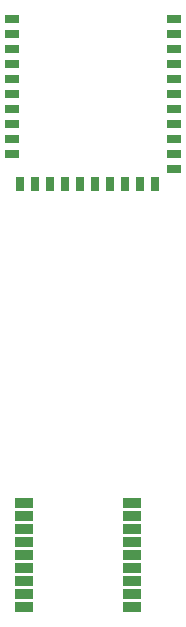
<source format=gbr>
G04 EAGLE Gerber RS-274X export*
G75*
%MOMM*%
%FSLAX34Y34*%
%LPD*%
%INSolderpaste Top*%
%IPPOS*%
%AMOC8*
5,1,8,0,0,1.08239X$1,22.5*%
G01*
%ADD10R,1.600000X0.900000*%
%ADD11R,1.270000X0.710000*%
%ADD12R,0.710000X1.270000*%


D10*
X335000Y215900D03*
X335000Y226900D03*
X335000Y237900D03*
X335000Y248900D03*
X335000Y259900D03*
X335000Y204900D03*
X335000Y193900D03*
X335000Y182900D03*
X335000Y171900D03*
X427000Y259900D03*
X427000Y248900D03*
X427000Y237900D03*
X427000Y226900D03*
X427000Y215900D03*
X427000Y204900D03*
X427000Y193900D03*
X427000Y182900D03*
X427000Y171900D03*
D11*
X462450Y669500D03*
X462450Y656800D03*
X462450Y644100D03*
X462450Y631400D03*
X462450Y618700D03*
X462450Y606000D03*
X462450Y593300D03*
X462450Y580600D03*
X462450Y567900D03*
X462450Y555200D03*
X462450Y542500D03*
D12*
X445900Y530150D03*
X433200Y530150D03*
X420500Y530150D03*
X407800Y530150D03*
X395100Y530150D03*
X382400Y530150D03*
X369700Y530150D03*
X357000Y530150D03*
X344300Y530150D03*
X331600Y530150D03*
D11*
X324950Y555200D03*
X324950Y567900D03*
X324950Y580600D03*
X324950Y593300D03*
X324950Y606000D03*
X324950Y618700D03*
X324950Y631400D03*
X324950Y644100D03*
X324950Y656800D03*
X324950Y669500D03*
M02*

</source>
